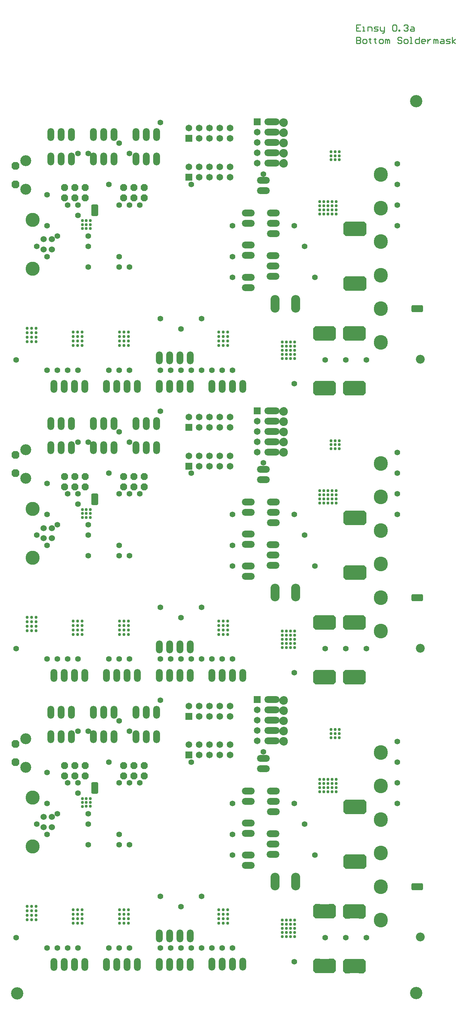
<source format=gbs>
G04 Layer_Color=16711935*
%FSLAX24Y24*%
%MOIN*%
G70*
G01*
G75*
%ADD12C,0.0100*%
%ADD23C,0.0600*%
%ADD112C,0.0300*%
G04:AMPARAMS|DCode=202|XSize=118.7mil|YSize=118.7mil|CornerRadius=59.4mil|HoleSize=0mil|Usage=FLASHONLY|Rotation=90.000|XOffset=0mil|YOffset=0mil|HoleType=Round|Shape=RoundedRectangle|*
%AMROUNDEDRECTD202*
21,1,0.1187,0.0000,0,0,90.0*
21,1,0.0000,0.1187,0,0,90.0*
1,1,0.1187,0.0000,0.0000*
1,1,0.1187,0.0000,0.0000*
1,1,0.1187,0.0000,0.0000*
1,1,0.1187,0.0000,0.0000*
%
%ADD202ROUNDEDRECTD202*%
G04:AMPARAMS|DCode=217|XSize=56mil|YSize=56mil|CornerRadius=28mil|HoleSize=0mil|Usage=FLASHONLY|Rotation=90.000|XOffset=0mil|YOffset=0mil|HoleType=Round|Shape=RoundedRectangle|*
%AMROUNDEDRECTD217*
21,1,0.0560,0.0000,0,0,90.0*
21,1,0.0000,0.0560,0,0,90.0*
1,1,0.0560,0.0000,0.0000*
1,1,0.0560,0.0000,0.0000*
1,1,0.0560,0.0000,0.0000*
1,1,0.0560,0.0000,0.0000*
%
%ADD217ROUNDEDRECTD217*%
%ADD251R,0.0651X0.0651*%
%ADD252C,0.0651*%
G04:AMPARAMS|DCode=253|XSize=139mil|YSize=89mil|CornerRadius=0mil|HoleSize=0mil|Usage=FLASHONLY|Rotation=90.000|XOffset=0mil|YOffset=0mil|HoleType=Round|Shape=Octagon|*
%AMOCTAGOND253*
4,1,8,0.0222,0.0695,-0.0222,0.0695,-0.0445,0.0473,-0.0445,-0.0473,-0.0222,-0.0695,0.0222,-0.0695,0.0445,-0.0473,0.0445,0.0473,0.0222,0.0695,0.0*
%
%ADD253OCTAGOND253*%

%ADD254C,0.0860*%
%ADD255O,0.0660X0.1260*%
%ADD256O,0.1260X0.0660*%
%ADD257P,0.0823X8X292.5*%
%ADD258C,0.1060*%
%ADD259C,0.1365*%
%ADD260P,0.0736X8X22.5*%
%ADD261O,0.1477X0.0651*%
%ADD262R,0.0651X0.0651*%
%ADD263O,0.0885X0.1710*%
%ADD264O,0.1360X0.1420*%
%ADD265C,0.0420*%
%ADD266R,0.0354X0.0704*%
%ADD267R,0.0704X0.0354*%
G04:AMPARAMS|DCode=268|XSize=56mil|YSize=56mil|CornerRadius=28mil|HoleSize=0mil|Usage=FLASHONLY|Rotation=180.000|XOffset=0mil|YOffset=0mil|HoleType=Round|Shape=RoundedRectangle|*
%AMROUNDEDRECTD268*
21,1,0.0560,0.0000,0,0,180.0*
21,1,0.0000,0.0560,0,0,180.0*
1,1,0.0560,0.0000,0.0000*
1,1,0.0560,0.0000,0.0000*
1,1,0.0560,0.0000,0.0000*
1,1,0.0560,0.0000,0.0000*
%
%ADD268ROUNDEDRECTD268*%
G04:AMPARAMS|DCode=269|XSize=52mil|YSize=69mil|CornerRadius=14.5mil|HoleSize=0mil|Usage=FLASHONLY|Rotation=180.000|XOffset=0mil|YOffset=0mil|HoleType=Round|Shape=RoundedRectangle|*
%AMROUNDEDRECTD269*
21,1,0.0520,0.0400,0,0,180.0*
21,1,0.0230,0.0690,0,0,180.0*
1,1,0.0290,-0.0115,0.0200*
1,1,0.0290,0.0115,0.0200*
1,1,0.0290,0.0115,-0.0200*
1,1,0.0290,-0.0115,-0.0200*
%
%ADD269ROUNDEDRECTD269*%
G04:AMPARAMS|DCode=270|XSize=52mil|YSize=69mil|CornerRadius=14.5mil|HoleSize=0mil|Usage=FLASHONLY|Rotation=270.000|XOffset=0mil|YOffset=0mil|HoleType=Round|Shape=RoundedRectangle|*
%AMROUNDEDRECTD270*
21,1,0.0520,0.0400,0,0,270.0*
21,1,0.0230,0.0690,0,0,270.0*
1,1,0.0290,-0.0200,-0.0115*
1,1,0.0290,-0.0200,0.0115*
1,1,0.0290,0.0200,0.0115*
1,1,0.0290,0.0200,-0.0115*
%
%ADD270ROUNDEDRECTD270*%
G36*
X46289Y83939D02*
X45379D01*
Y85329D01*
X46289D01*
Y83939D01*
D02*
G37*
G36*
Y78639D02*
X45379D01*
Y80029D01*
X46289D01*
Y78639D01*
D02*
G37*
G36*
X43338Y73813D02*
X42428D01*
Y75203D01*
X43338D01*
Y73813D01*
D02*
G37*
G36*
X46239Y73809D02*
X45329D01*
Y75199D01*
X46239D01*
Y73809D01*
D02*
G37*
G36*
X43338Y68513D02*
X42428D01*
Y69903D01*
X43338D01*
Y68513D01*
D02*
G37*
G36*
X46239Y68509D02*
X45329D01*
Y69899D01*
X46239D01*
Y68509D01*
D02*
G37*
G36*
X46289Y55947D02*
X45379D01*
Y57337D01*
X46289D01*
Y55947D01*
D02*
G37*
G36*
Y50647D02*
X45379D01*
Y52037D01*
X46289D01*
Y50647D01*
D02*
G37*
G36*
X43338Y45821D02*
X42428D01*
Y47211D01*
X43338D01*
Y45821D01*
D02*
G37*
G36*
X46239Y45817D02*
X45329D01*
Y47207D01*
X46239D01*
Y45817D01*
D02*
G37*
G36*
X43338Y40521D02*
X42428D01*
Y41911D01*
X43338D01*
Y40521D01*
D02*
G37*
G36*
X46239Y40517D02*
X45329D01*
Y41907D01*
X46239D01*
Y40517D01*
D02*
G37*
G36*
X46289Y27955D02*
X45379D01*
Y29345D01*
X46289D01*
Y27955D01*
D02*
G37*
G36*
Y22655D02*
X45379D01*
Y24045D01*
X46289D01*
Y22655D01*
D02*
G37*
G36*
X43338Y17829D02*
X42428D01*
Y19218D01*
X43338D01*
Y17829D01*
D02*
G37*
G36*
X46239Y17825D02*
X45329D01*
Y19215D01*
X46239D01*
Y17825D01*
D02*
G37*
G36*
X43338Y12529D02*
X42428D01*
Y13918D01*
X43338D01*
Y12529D01*
D02*
G37*
G36*
X46239Y12525D02*
X45329D01*
Y13915D01*
X46239D01*
Y12525D01*
D02*
G37*
G54D12*
X46000Y103200D02*
Y102600D01*
X46300D01*
X46400Y102700D01*
Y102800D01*
X46300Y102900D01*
X46000D01*
X46300D01*
X46400Y103000D01*
Y103100D01*
X46300Y103200D01*
X46000D01*
X46700Y102600D02*
X46900D01*
X47000Y102700D01*
Y102900D01*
X46900Y103000D01*
X46700D01*
X46600Y102900D01*
Y102700D01*
X46700Y102600D01*
X47300Y103100D02*
Y103000D01*
X47200D01*
X47400D01*
X47300D01*
Y102700D01*
X47400Y102600D01*
X47799Y103100D02*
Y103000D01*
X47699D01*
X47899D01*
X47799D01*
Y102700D01*
X47899Y102600D01*
X48299D02*
X48499D01*
X48599Y102700D01*
Y102900D01*
X48499Y103000D01*
X48299D01*
X48199Y102900D01*
Y102700D01*
X48299Y102600D01*
X48799D02*
Y103000D01*
X48899D01*
X48999Y102900D01*
Y102600D01*
Y102900D01*
X49099Y103000D01*
X49199Y102900D01*
Y102600D01*
X50399Y103100D02*
X50299Y103200D01*
X50099D01*
X49999Y103100D01*
Y103000D01*
X50099Y102900D01*
X50299D01*
X50399Y102800D01*
Y102700D01*
X50299Y102600D01*
X50099D01*
X49999Y102700D01*
X50698Y102600D02*
X50898D01*
X50998Y102700D01*
Y102900D01*
X50898Y103000D01*
X50698D01*
X50599Y102900D01*
Y102700D01*
X50698Y102600D01*
X51198D02*
X51398D01*
X51298D01*
Y103200D01*
X51198D01*
X52098D02*
Y102600D01*
X51798D01*
X51698Y102700D01*
Y102900D01*
X51798Y103000D01*
X52098D01*
X52598Y102600D02*
X52398D01*
X52298Y102700D01*
Y102900D01*
X52398Y103000D01*
X52598D01*
X52698Y102900D01*
Y102800D01*
X52298D01*
X52898Y103000D02*
Y102600D01*
Y102800D01*
X52998Y102900D01*
X53098Y103000D01*
X53198D01*
X53498Y102600D02*
Y103000D01*
X53598D01*
X53698Y102900D01*
Y102600D01*
Y102900D01*
X53797Y103000D01*
X53897Y102900D01*
Y102600D01*
X54197Y103000D02*
X54397D01*
X54497Y102900D01*
Y102600D01*
X54197D01*
X54097Y102700D01*
X54197Y102800D01*
X54497D01*
X54697Y102600D02*
X54997D01*
X55097Y102700D01*
X54997Y102800D01*
X54797D01*
X54697Y102900D01*
X54797Y103000D01*
X55097D01*
X55297Y102600D02*
Y103200D01*
Y102800D02*
X55597Y103000D01*
X55297Y102800D02*
X55597Y102600D01*
X46400Y104400D02*
X46000D01*
Y103800D01*
X46400D01*
X46000Y104100D02*
X46200D01*
X46600Y103800D02*
X46800D01*
X46700D01*
Y104200D01*
X46600D01*
X47100Y103800D02*
Y104200D01*
X47400D01*
X47500Y104100D01*
Y103800D01*
X47699D02*
X47999D01*
X48099Y103900D01*
X47999Y104000D01*
X47799D01*
X47699Y104100D01*
X47799Y104200D01*
X48099D01*
X48299D02*
Y103900D01*
X48399Y103800D01*
X48699D01*
Y103700D01*
X48599Y103600D01*
X48499D01*
X48699Y103800D02*
Y104200D01*
X49499Y104300D02*
X49599Y104400D01*
X49799D01*
X49899Y104300D01*
Y103900D01*
X49799Y103800D01*
X49599D01*
X49499Y103900D01*
Y104300D01*
X50099Y103800D02*
Y103900D01*
X50199D01*
Y103800D01*
X50099D01*
X50599Y104300D02*
X50698Y104400D01*
X50898D01*
X50998Y104300D01*
Y104200D01*
X50898Y104100D01*
X50798D01*
X50898D01*
X50998Y104000D01*
Y103900D01*
X50898Y103800D01*
X50698D01*
X50599Y103900D01*
X51298Y104200D02*
X51498D01*
X51598Y104100D01*
Y103800D01*
X51298D01*
X51198Y103900D01*
X51298Y104000D01*
X51598D01*
G54D23*
X16427Y26665D02*
D03*
Y27657D02*
D03*
X15637D02*
D03*
Y26665D02*
D03*
X16427Y54657D02*
D03*
Y55650D02*
D03*
X15637D02*
D03*
Y54657D02*
D03*
X16427Y82650D02*
D03*
Y83642D02*
D03*
X15637D02*
D03*
Y82650D02*
D03*
G54D112*
X43230Y30896D02*
D03*
Y31296D02*
D03*
Y30496D02*
D03*
Y30096D02*
D03*
X42830D02*
D03*
X42430D02*
D03*
Y30496D02*
D03*
X42830D02*
D03*
Y30896D02*
D03*
X42430D02*
D03*
Y31296D02*
D03*
X42830D02*
D03*
X43630D02*
D03*
X44030D02*
D03*
Y30896D02*
D03*
X43630D02*
D03*
Y30496D02*
D03*
X44030D02*
D03*
Y30096D02*
D03*
X43630D02*
D03*
X39977Y17285D02*
D03*
Y17685D02*
D03*
X39577D02*
D03*
Y17285D02*
D03*
X39177D02*
D03*
Y17685D02*
D03*
X38777D02*
D03*
Y17285D02*
D03*
Y16485D02*
D03*
Y16085D02*
D03*
X39177D02*
D03*
Y16485D02*
D03*
X39577D02*
D03*
Y16085D02*
D03*
X39977D02*
D03*
Y16485D02*
D03*
Y16885D02*
D03*
X39577D02*
D03*
X38777D02*
D03*
X39177D02*
D03*
X14012Y19019D02*
D03*
X14878Y17719D02*
D03*
X14445D02*
D03*
X14012D02*
D03*
X14878Y18153D02*
D03*
X14445D02*
D03*
X14012D02*
D03*
X14878Y18586D02*
D03*
X14445D02*
D03*
X14012D02*
D03*
X14878Y19019D02*
D03*
X14445D02*
D03*
X18485Y18659D02*
D03*
X19352Y17359D02*
D03*
X18918D02*
D03*
X18485D02*
D03*
X19352Y17793D02*
D03*
X18918D02*
D03*
X18485D02*
D03*
X19352Y18226D02*
D03*
X18918D02*
D03*
X18485D02*
D03*
X19352Y18659D02*
D03*
X18918D02*
D03*
X22985D02*
D03*
X23852Y17359D02*
D03*
X23419D02*
D03*
X22985D02*
D03*
X23852Y17793D02*
D03*
X23419D02*
D03*
X22985D02*
D03*
X23852Y18226D02*
D03*
X23419D02*
D03*
X22985D02*
D03*
X23852Y18659D02*
D03*
X23419D02*
D03*
X32625D02*
D03*
X33492Y17359D02*
D03*
X33059D02*
D03*
X32625D02*
D03*
X33492Y17793D02*
D03*
X33059D02*
D03*
X32625D02*
D03*
X33492Y18226D02*
D03*
X33059D02*
D03*
X32625D02*
D03*
X33492Y18659D02*
D03*
X33059D02*
D03*
X43915Y35734D02*
D03*
X43522D02*
D03*
Y36128D02*
D03*
X43915D02*
D03*
X44309D02*
D03*
Y35734D02*
D03*
Y35341D02*
D03*
X43915D02*
D03*
X43522D02*
D03*
X20143Y29443D02*
D03*
Y29069D02*
D03*
Y28694D02*
D03*
X19769D02*
D03*
X19394Y28685D02*
D03*
X19396Y29069D02*
D03*
X19392Y29446D02*
D03*
X19769Y29443D02*
D03*
Y29069D02*
D03*
X43230Y58888D02*
D03*
Y59288D02*
D03*
Y58488D02*
D03*
Y58088D02*
D03*
X42830D02*
D03*
X42430D02*
D03*
Y58488D02*
D03*
X42830D02*
D03*
Y58888D02*
D03*
X42430D02*
D03*
Y59288D02*
D03*
X42830D02*
D03*
X43630D02*
D03*
X44030D02*
D03*
Y58888D02*
D03*
X43630D02*
D03*
Y58488D02*
D03*
X44030D02*
D03*
Y58088D02*
D03*
X43630D02*
D03*
X39977Y45277D02*
D03*
Y45677D02*
D03*
X39577D02*
D03*
Y45277D02*
D03*
X39177D02*
D03*
Y45677D02*
D03*
X38777D02*
D03*
Y45277D02*
D03*
Y44477D02*
D03*
Y44077D02*
D03*
X39177D02*
D03*
Y44477D02*
D03*
X39577D02*
D03*
Y44077D02*
D03*
X39977D02*
D03*
Y44477D02*
D03*
Y44877D02*
D03*
X39577D02*
D03*
X38777D02*
D03*
X39177D02*
D03*
X14012Y47011D02*
D03*
X14878Y45712D02*
D03*
X14445D02*
D03*
X14012D02*
D03*
X14878Y46145D02*
D03*
X14445D02*
D03*
X14012D02*
D03*
X14878Y46578D02*
D03*
X14445D02*
D03*
X14012D02*
D03*
X14878Y47011D02*
D03*
X14445D02*
D03*
X18485Y46651D02*
D03*
X19352Y45352D02*
D03*
X18918D02*
D03*
X18485D02*
D03*
X19352Y45785D02*
D03*
X18918D02*
D03*
X18485D02*
D03*
X19352Y46218D02*
D03*
X18918D02*
D03*
X18485D02*
D03*
X19352Y46651D02*
D03*
X18918D02*
D03*
X22985D02*
D03*
X23852Y45352D02*
D03*
X23419D02*
D03*
X22985D02*
D03*
X23852Y45785D02*
D03*
X23419D02*
D03*
X22985D02*
D03*
X23852Y46218D02*
D03*
X23419D02*
D03*
X22985D02*
D03*
X23852Y46651D02*
D03*
X23419D02*
D03*
X32625D02*
D03*
X33492Y45352D02*
D03*
X33059D02*
D03*
X32625D02*
D03*
X33492Y45785D02*
D03*
X33059D02*
D03*
X32625D02*
D03*
X33492Y46218D02*
D03*
X33059D02*
D03*
X32625D02*
D03*
X33492Y46651D02*
D03*
X33059D02*
D03*
X43915Y63726D02*
D03*
X43522D02*
D03*
Y64120D02*
D03*
X43915D02*
D03*
X44309D02*
D03*
Y63726D02*
D03*
Y63333D02*
D03*
X43915D02*
D03*
X43522D02*
D03*
X20143Y57435D02*
D03*
Y57061D02*
D03*
Y56687D02*
D03*
X19769D02*
D03*
X19394Y56677D02*
D03*
X19396Y57061D02*
D03*
X19392Y57438D02*
D03*
X19769Y57435D02*
D03*
Y57061D02*
D03*
X43230Y86880D02*
D03*
Y87280D02*
D03*
Y86480D02*
D03*
Y86080D02*
D03*
X42830D02*
D03*
X42430D02*
D03*
Y86480D02*
D03*
X42830D02*
D03*
Y86880D02*
D03*
X42430D02*
D03*
Y87280D02*
D03*
X42830D02*
D03*
X43630D02*
D03*
X44030D02*
D03*
Y86880D02*
D03*
X43630D02*
D03*
Y86480D02*
D03*
X44030D02*
D03*
Y86080D02*
D03*
X43630D02*
D03*
X39977Y73270D02*
D03*
Y73670D02*
D03*
X39577D02*
D03*
Y73270D02*
D03*
X39177D02*
D03*
Y73670D02*
D03*
X38777D02*
D03*
Y73270D02*
D03*
Y72470D02*
D03*
Y72070D02*
D03*
X39177D02*
D03*
Y72470D02*
D03*
X39577D02*
D03*
Y72070D02*
D03*
X39977D02*
D03*
Y72470D02*
D03*
Y72870D02*
D03*
X39577D02*
D03*
X38777D02*
D03*
X39177D02*
D03*
X14012Y75003D02*
D03*
X14878Y73704D02*
D03*
X14445D02*
D03*
X14012D02*
D03*
X14878Y74137D02*
D03*
X14445D02*
D03*
X14012D02*
D03*
X14878Y74570D02*
D03*
X14445D02*
D03*
X14012D02*
D03*
X14878Y75003D02*
D03*
X14445D02*
D03*
X18485Y74643D02*
D03*
X19352Y73344D02*
D03*
X18918D02*
D03*
X18485D02*
D03*
X19352Y73777D02*
D03*
X18918D02*
D03*
X18485D02*
D03*
X19352Y74210D02*
D03*
X18918D02*
D03*
X18485D02*
D03*
X19352Y74643D02*
D03*
X18918D02*
D03*
X22985D02*
D03*
X23852Y73344D02*
D03*
X23419D02*
D03*
X22985D02*
D03*
X23852Y73777D02*
D03*
X23419D02*
D03*
X22985D02*
D03*
X23852Y74210D02*
D03*
X23419D02*
D03*
X22985D02*
D03*
X23852Y74643D02*
D03*
X23419D02*
D03*
X32625D02*
D03*
X33492Y73344D02*
D03*
X33059D02*
D03*
X32625D02*
D03*
X33492Y73777D02*
D03*
X33059D02*
D03*
X32625D02*
D03*
X33492Y74210D02*
D03*
X33059D02*
D03*
X32625D02*
D03*
X33492Y74643D02*
D03*
X33059D02*
D03*
X43915Y91719D02*
D03*
X43522D02*
D03*
Y92112D02*
D03*
X43915D02*
D03*
X44309D02*
D03*
Y91719D02*
D03*
Y91325D02*
D03*
X43915D02*
D03*
X43522D02*
D03*
X20143Y85427D02*
D03*
Y85053D02*
D03*
Y84679D02*
D03*
X19769D02*
D03*
X19394Y84669D02*
D03*
X19396Y85053D02*
D03*
X19392Y85430D02*
D03*
X19769Y85427D02*
D03*
Y85053D02*
D03*
G54D202*
X51800Y96998D02*
D03*
Y10600D02*
D03*
X13061Y10561D02*
D03*
G54D217*
X15969Y14969D02*
D03*
X36969Y33969D02*
D03*
X33969Y23969D02*
D03*
X39938Y13649D02*
D03*
X12968Y15969D02*
D03*
X41968Y23969D02*
D03*
X40968Y26969D02*
D03*
X39969Y28969D02*
D03*
X33969Y14969D02*
D03*
X31969D02*
D03*
X32968D02*
D03*
X30968D02*
D03*
X29969D02*
D03*
X27968D02*
D03*
X28969D02*
D03*
X26969D02*
D03*
X17968D02*
D03*
X16968D02*
D03*
X23969D02*
D03*
X21969D02*
D03*
X22968D02*
D03*
X18968D02*
D03*
X30968Y19969D02*
D03*
X28969Y18968D02*
D03*
X26969Y19969D02*
D03*
X23969Y30968D02*
D03*
X15969Y28969D02*
D03*
X16968Y27968D02*
D03*
X15969Y42961D02*
D03*
X36969Y61961D02*
D03*
X33969Y51961D02*
D03*
X39938Y41641D02*
D03*
X12968Y43961D02*
D03*
X41968Y51961D02*
D03*
X40968Y54961D02*
D03*
X39969Y56961D02*
D03*
X33969Y42961D02*
D03*
X31969D02*
D03*
X32968D02*
D03*
X30968D02*
D03*
X29969D02*
D03*
X27968D02*
D03*
X28969D02*
D03*
X26969D02*
D03*
X17968D02*
D03*
X16968D02*
D03*
X23969D02*
D03*
X21969D02*
D03*
X22968D02*
D03*
X18968D02*
D03*
X30968Y47961D02*
D03*
X28969Y46961D02*
D03*
X26969Y47961D02*
D03*
X23969Y58961D02*
D03*
X15969Y56961D02*
D03*
X16968Y55961D02*
D03*
X15969Y70953D02*
D03*
X36969Y89953D02*
D03*
X33969Y79953D02*
D03*
X39938Y69633D02*
D03*
X12968Y71953D02*
D03*
X41968Y79953D02*
D03*
X40968Y82953D02*
D03*
X39969Y84953D02*
D03*
X33969Y70953D02*
D03*
X31969D02*
D03*
X32968D02*
D03*
X30968D02*
D03*
X29969D02*
D03*
X27968D02*
D03*
X28969D02*
D03*
X26969D02*
D03*
X17968D02*
D03*
X16968D02*
D03*
X23969D02*
D03*
X21969D02*
D03*
X22968D02*
D03*
X18968D02*
D03*
X30968Y75953D02*
D03*
X28969Y74953D02*
D03*
X26969Y75953D02*
D03*
X23969Y86953D02*
D03*
X15969Y84953D02*
D03*
X16968Y83953D02*
D03*
G54D251*
X29708Y33658D02*
D03*
Y37408D02*
D03*
Y61651D02*
D03*
Y65401D02*
D03*
Y89643D02*
D03*
Y93393D02*
D03*
G54D252*
Y34659D02*
D03*
X30708Y33658D02*
D03*
Y34659D02*
D03*
X31709Y33658D02*
D03*
Y34659D02*
D03*
X32708Y33658D02*
D03*
Y34659D02*
D03*
X33709Y33658D02*
D03*
Y34659D02*
D03*
X36365Y35026D02*
D03*
Y36026D02*
D03*
Y37026D02*
D03*
Y38026D02*
D03*
X29708Y38409D02*
D03*
X30708Y37408D02*
D03*
Y38409D02*
D03*
X31709Y37408D02*
D03*
Y38409D02*
D03*
X32708Y37408D02*
D03*
Y38409D02*
D03*
X33709Y37408D02*
D03*
Y38409D02*
D03*
X29708Y62651D02*
D03*
X30708Y61651D02*
D03*
Y62651D02*
D03*
X31709Y61651D02*
D03*
Y62651D02*
D03*
X32708Y61651D02*
D03*
Y62651D02*
D03*
X33709Y61651D02*
D03*
Y62651D02*
D03*
X36365Y63018D02*
D03*
Y64018D02*
D03*
Y65018D02*
D03*
Y66018D02*
D03*
X29708Y66401D02*
D03*
X30708Y65401D02*
D03*
Y66401D02*
D03*
X31709Y65401D02*
D03*
Y66401D02*
D03*
X32708Y65401D02*
D03*
Y66401D02*
D03*
X33709Y65401D02*
D03*
Y66401D02*
D03*
X29708Y90643D02*
D03*
X30708Y89643D02*
D03*
Y90643D02*
D03*
X31709Y89643D02*
D03*
Y90643D02*
D03*
X32708Y89643D02*
D03*
Y90643D02*
D03*
X33709Y89643D02*
D03*
Y90643D02*
D03*
X36365Y91010D02*
D03*
Y92010D02*
D03*
Y93010D02*
D03*
Y94010D02*
D03*
X29708Y94393D02*
D03*
X30708Y93393D02*
D03*
Y94393D02*
D03*
X31709Y93393D02*
D03*
Y94393D02*
D03*
X32708Y93393D02*
D03*
Y94393D02*
D03*
X33709Y93393D02*
D03*
Y94393D02*
D03*
G54D253*
X45168Y23349D02*
D03*
X46508D02*
D03*
Y28649D02*
D03*
X45168D02*
D03*
X43558Y13222D02*
D03*
X42218D02*
D03*
Y18522D02*
D03*
X43558D02*
D03*
X46459Y18519D02*
D03*
X45118D02*
D03*
Y13218D02*
D03*
X46459D02*
D03*
X45168Y51341D02*
D03*
X46508D02*
D03*
Y56641D02*
D03*
X45168D02*
D03*
X43558Y41215D02*
D03*
X42218D02*
D03*
Y46515D02*
D03*
X43558D02*
D03*
X46459Y46511D02*
D03*
X45118D02*
D03*
Y41211D02*
D03*
X46459D02*
D03*
X45168Y79333D02*
D03*
X46508D02*
D03*
Y84633D02*
D03*
X45168D02*
D03*
X43558Y69207D02*
D03*
X42218D02*
D03*
Y74507D02*
D03*
X43558D02*
D03*
X46459Y74503D02*
D03*
X45118D02*
D03*
Y69203D02*
D03*
X46459D02*
D03*
G54D254*
X52175Y16024D02*
D03*
Y44016D02*
D03*
Y72008D02*
D03*
G54D255*
X20457Y35433D02*
D03*
X21457D02*
D03*
X22457D02*
D03*
X18323Y37795D02*
D03*
X17323D02*
D03*
X16323D02*
D03*
Y35433D02*
D03*
X17323D02*
D03*
X18323D02*
D03*
X22457Y37795D02*
D03*
X21457D02*
D03*
X20457D02*
D03*
X26591D02*
D03*
X25591D02*
D03*
X24591D02*
D03*
Y35433D02*
D03*
X25591D02*
D03*
X26591D02*
D03*
X19610Y13386D02*
D03*
X18610D02*
D03*
X17610D02*
D03*
X16610D02*
D03*
X24728D02*
D03*
X23728D02*
D03*
X22728D02*
D03*
X21728D02*
D03*
X29846Y16142D02*
D03*
X28846D02*
D03*
X27846D02*
D03*
X26846D02*
D03*
X29846Y13386D02*
D03*
X28846D02*
D03*
X27846D02*
D03*
X26846D02*
D03*
X34969Y13390D02*
D03*
X33969D02*
D03*
X32968D02*
D03*
X31969D02*
D03*
X20457Y63425D02*
D03*
X21457D02*
D03*
X22457D02*
D03*
X18323Y65787D02*
D03*
X17323D02*
D03*
X16323D02*
D03*
Y63425D02*
D03*
X17323D02*
D03*
X18323D02*
D03*
X22457Y65787D02*
D03*
X21457D02*
D03*
X20457D02*
D03*
X26591D02*
D03*
X25591D02*
D03*
X24591D02*
D03*
Y63425D02*
D03*
X25591D02*
D03*
X26591D02*
D03*
X19610Y41378D02*
D03*
X18610D02*
D03*
X17610D02*
D03*
X16610D02*
D03*
X24728D02*
D03*
X23728D02*
D03*
X22728D02*
D03*
X21728D02*
D03*
X29846Y44134D02*
D03*
X28846D02*
D03*
X27846D02*
D03*
X26846D02*
D03*
X29846Y41378D02*
D03*
X28846D02*
D03*
X27846D02*
D03*
X26846D02*
D03*
X34969Y41382D02*
D03*
X33969D02*
D03*
X32968D02*
D03*
X31969D02*
D03*
X20457Y91417D02*
D03*
X21457D02*
D03*
X22457D02*
D03*
X18323Y93780D02*
D03*
X17323D02*
D03*
X16323D02*
D03*
Y91417D02*
D03*
X17323D02*
D03*
X18323D02*
D03*
X22457Y93780D02*
D03*
X21457D02*
D03*
X20457D02*
D03*
X26591D02*
D03*
X25591D02*
D03*
X24591D02*
D03*
Y91417D02*
D03*
X25591D02*
D03*
X26591D02*
D03*
X19610Y69370D02*
D03*
X18610D02*
D03*
X17610D02*
D03*
X16610D02*
D03*
X24728D02*
D03*
X23728D02*
D03*
X22728D02*
D03*
X21728D02*
D03*
X29846Y72126D02*
D03*
X28846D02*
D03*
X27846D02*
D03*
X26846D02*
D03*
X29846Y69370D02*
D03*
X28846D02*
D03*
X27846D02*
D03*
X26846D02*
D03*
X34969Y69374D02*
D03*
X33969D02*
D03*
X32968D02*
D03*
X31969D02*
D03*
G54D256*
X35472Y27075D02*
D03*
Y26075D02*
D03*
Y23965D02*
D03*
Y22965D02*
D03*
Y30185D02*
D03*
Y29185D02*
D03*
X36958Y32339D02*
D03*
Y33338D02*
D03*
X37908Y28179D02*
D03*
Y29179D02*
D03*
Y30178D02*
D03*
X37898Y24039D02*
D03*
Y25038D02*
D03*
Y26038D02*
D03*
X35472Y55067D02*
D03*
Y54067D02*
D03*
Y51957D02*
D03*
Y50957D02*
D03*
Y58177D02*
D03*
Y57177D02*
D03*
X36958Y60331D02*
D03*
Y61331D02*
D03*
X37908Y56171D02*
D03*
Y57171D02*
D03*
Y58171D02*
D03*
X37898Y52031D02*
D03*
Y53031D02*
D03*
Y54031D02*
D03*
X35472Y83059D02*
D03*
Y82059D02*
D03*
Y79949D02*
D03*
Y78949D02*
D03*
Y86169D02*
D03*
Y85169D02*
D03*
X36958Y88323D02*
D03*
Y89323D02*
D03*
X37908Y84163D02*
D03*
Y85163D02*
D03*
Y86163D02*
D03*
X37898Y80023D02*
D03*
Y81023D02*
D03*
Y82023D02*
D03*
G54D257*
X12896Y34748D02*
D03*
Y32968D02*
D03*
Y62740D02*
D03*
Y60960D02*
D03*
Y90733D02*
D03*
Y88953D02*
D03*
G54D258*
X13876Y35238D02*
D03*
Y32478D02*
D03*
Y63230D02*
D03*
Y60470D02*
D03*
Y91223D02*
D03*
Y88463D02*
D03*
G54D259*
X14567Y29528D02*
D03*
Y24795D02*
D03*
Y57520D02*
D03*
Y52787D02*
D03*
Y85512D02*
D03*
Y80780D02*
D03*
G54D260*
X23390Y31644D02*
D03*
Y32644D02*
D03*
X24390Y31644D02*
D03*
Y32644D02*
D03*
X25390Y31644D02*
D03*
Y32644D02*
D03*
X17664Y31644D02*
D03*
Y32644D02*
D03*
X18664Y31644D02*
D03*
Y32644D02*
D03*
X19664Y31644D02*
D03*
Y32644D02*
D03*
X23390Y59636D02*
D03*
Y60636D02*
D03*
X24390Y59636D02*
D03*
Y60636D02*
D03*
X25390Y59636D02*
D03*
Y60636D02*
D03*
X17664Y59636D02*
D03*
Y60636D02*
D03*
X18664Y59636D02*
D03*
Y60636D02*
D03*
X19664Y59636D02*
D03*
Y60636D02*
D03*
X23390Y87628D02*
D03*
Y88628D02*
D03*
X24390Y87628D02*
D03*
Y88628D02*
D03*
X25390Y87628D02*
D03*
Y88628D02*
D03*
X17664Y87628D02*
D03*
Y88628D02*
D03*
X18664Y87628D02*
D03*
Y88628D02*
D03*
X19664Y87628D02*
D03*
Y88628D02*
D03*
G54D261*
X37779Y35026D02*
D03*
Y36026D02*
D03*
Y37026D02*
D03*
Y38026D02*
D03*
Y39026D02*
D03*
Y63018D02*
D03*
Y64018D02*
D03*
Y65018D02*
D03*
Y66018D02*
D03*
Y67018D02*
D03*
Y91010D02*
D03*
Y92010D02*
D03*
Y93010D02*
D03*
Y94010D02*
D03*
Y95010D02*
D03*
G54D262*
X36365Y39026D02*
D03*
Y67018D02*
D03*
Y95010D02*
D03*
G54D263*
X38078Y21398D02*
D03*
X40079D02*
D03*
X38078Y49391D02*
D03*
X40079D02*
D03*
X38078Y77383D02*
D03*
X40079D02*
D03*
G54D264*
X48338Y17664D02*
D03*
Y20914D02*
D03*
Y24163D02*
D03*
Y27413D02*
D03*
Y30663D02*
D03*
Y33914D02*
D03*
Y45656D02*
D03*
Y48906D02*
D03*
Y52156D02*
D03*
Y55406D02*
D03*
Y58656D02*
D03*
Y61906D02*
D03*
Y73648D02*
D03*
Y76898D02*
D03*
Y80148D02*
D03*
Y83398D02*
D03*
Y86648D02*
D03*
Y89898D02*
D03*
G54D265*
X39095Y35010D02*
X39072Y35103D01*
X39008Y35174D01*
X38919Y35208D01*
X38824Y35197D01*
X38745Y35142D01*
X38701Y35058D01*
Y34962D01*
X38745Y34877D01*
X38824Y34823D01*
X38919Y34811D01*
X39008Y34845D01*
X39072Y34917D01*
X39095Y35010D01*
Y35999D02*
X39072Y36092D01*
X39008Y36164D01*
X38919Y36198D01*
X38824Y36186D01*
X38745Y36132D01*
X38701Y36047D01*
Y35951D01*
X38745Y35866D01*
X38824Y35812D01*
X38919Y35800D01*
X39008Y35834D01*
X39072Y35906D01*
X39095Y35999D01*
Y36988D02*
X39072Y37081D01*
X39008Y37153D01*
X38919Y37187D01*
X38824Y37175D01*
X38745Y37121D01*
X38701Y37036D01*
Y36940D01*
X38745Y36856D01*
X38824Y36801D01*
X38919Y36790D01*
X39008Y36824D01*
X39072Y36895D01*
X39095Y36988D01*
Y37977D02*
X39072Y38070D01*
X39008Y38142D01*
X38919Y38176D01*
X38824Y38164D01*
X38745Y38110D01*
X38701Y38025D01*
Y37929D01*
X38745Y37845D01*
X38824Y37790D01*
X38919Y37779D01*
X39008Y37813D01*
X39072Y37884D01*
X39095Y37977D01*
Y38967D02*
X39072Y39059D01*
X39008Y39131D01*
X38919Y39165D01*
X38824Y39154D01*
X38745Y39099D01*
X38701Y39014D01*
Y38919D01*
X38745Y38834D01*
X38824Y38780D01*
X38919Y38768D01*
X39008Y38802D01*
X39072Y38874D01*
X39095Y38967D01*
Y63002D02*
X39072Y63095D01*
X39008Y63167D01*
X38919Y63201D01*
X38824Y63189D01*
X38745Y63135D01*
X38701Y63050D01*
Y62954D01*
X38745Y62869D01*
X38824Y62815D01*
X38919Y62803D01*
X39008Y62837D01*
X39072Y62909D01*
X39095Y63002D01*
Y63991D02*
X39072Y64084D01*
X39008Y64156D01*
X38919Y64190D01*
X38824Y64178D01*
X38745Y64124D01*
X38701Y64039D01*
Y63943D01*
X38745Y63859D01*
X38824Y63804D01*
X38919Y63793D01*
X39008Y63827D01*
X39072Y63898D01*
X39095Y63991D01*
Y64980D02*
X39072Y65073D01*
X39008Y65145D01*
X38919Y65179D01*
X38824Y65167D01*
X38745Y65113D01*
X38701Y65028D01*
Y64932D01*
X38745Y64848D01*
X38824Y64793D01*
X38919Y64782D01*
X39008Y64816D01*
X39072Y64887D01*
X39095Y64980D01*
Y65969D02*
X39072Y66062D01*
X39008Y66134D01*
X38919Y66168D01*
X38824Y66156D01*
X38745Y66102D01*
X38701Y66017D01*
Y65922D01*
X38745Y65837D01*
X38824Y65782D01*
X38919Y65771D01*
X39008Y65805D01*
X39072Y65877D01*
X39095Y65969D01*
Y66959D02*
X39072Y67052D01*
X39008Y67123D01*
X38919Y67157D01*
X38824Y67146D01*
X38745Y67091D01*
X38701Y67007D01*
Y66911D01*
X38745Y66826D01*
X38824Y66772D01*
X38919Y66760D01*
X39008Y66794D01*
X39072Y66866D01*
X39095Y66959D01*
Y90994D02*
X39072Y91087D01*
X39008Y91159D01*
X38919Y91193D01*
X38824Y91181D01*
X38745Y91127D01*
X38701Y91042D01*
Y90946D01*
X38745Y90861D01*
X38824Y90807D01*
X38919Y90796D01*
X39008Y90829D01*
X39072Y90901D01*
X39095Y90994D01*
Y91983D02*
X39072Y92076D01*
X39008Y92148D01*
X38919Y92182D01*
X38824Y92170D01*
X38745Y92116D01*
X38701Y92031D01*
Y91935D01*
X38745Y91851D01*
X38824Y91796D01*
X38919Y91785D01*
X39008Y91819D01*
X39072Y91890D01*
X39095Y91983D01*
Y92972D02*
X39072Y93065D01*
X39008Y93137D01*
X38919Y93171D01*
X38824Y93159D01*
X38745Y93105D01*
X38701Y93020D01*
Y92925D01*
X38745Y92840D01*
X38824Y92785D01*
X38919Y92774D01*
X39008Y92808D01*
X39072Y92879D01*
X39095Y92972D01*
Y93962D02*
X39072Y94055D01*
X39008Y94126D01*
X38919Y94160D01*
X38824Y94149D01*
X38745Y94094D01*
X38701Y94009D01*
Y93914D01*
X38745Y93829D01*
X38824Y93775D01*
X38919Y93763D01*
X39008Y93797D01*
X39072Y93869D01*
X39095Y93962D01*
Y94951D02*
X39072Y95044D01*
X39008Y95115D01*
X38919Y95149D01*
X38824Y95138D01*
X38745Y95083D01*
X38701Y94999D01*
Y94903D01*
X38745Y94818D01*
X38824Y94764D01*
X38919Y94752D01*
X39008Y94786D01*
X39072Y94858D01*
X39095Y94951D01*
G54D266*
X51888Y20916D02*
D03*
Y48908D02*
D03*
Y76901D02*
D03*
G54D267*
X20593Y30472D02*
D03*
Y58465D02*
D03*
Y86457D02*
D03*
G54D268*
X22968Y24969D02*
D03*
X23969D02*
D03*
X22968Y25968D02*
D03*
X19969Y27968D02*
D03*
Y26969D02*
D03*
Y24969D02*
D03*
X49969Y30968D02*
D03*
Y34969D02*
D03*
Y28969D02*
D03*
Y32968D02*
D03*
X33969Y25968D02*
D03*
Y28969D02*
D03*
X22968Y30968D02*
D03*
X29969Y32968D02*
D03*
X24969Y30968D02*
D03*
X18968Y35968D02*
D03*
X19969D02*
D03*
X22968Y36969D02*
D03*
X23969Y35968D02*
D03*
X18968Y29969D02*
D03*
X17968Y30968D02*
D03*
X15969Y31969D02*
D03*
X18968Y30968D02*
D03*
X15969Y25968D02*
D03*
X14969Y26969D02*
D03*
X26969Y38969D02*
D03*
X21969Y32968D02*
D03*
X42969Y15969D02*
D03*
X44969D02*
D03*
X46968D02*
D03*
X22968Y52961D02*
D03*
X23969D02*
D03*
X22968Y53961D02*
D03*
X19969Y55961D02*
D03*
Y54961D02*
D03*
Y52961D02*
D03*
X49969Y58961D02*
D03*
Y62961D02*
D03*
Y56961D02*
D03*
Y60961D02*
D03*
X33969Y53961D02*
D03*
Y56961D02*
D03*
X22968Y58961D02*
D03*
X29969Y60961D02*
D03*
X24969Y58961D02*
D03*
X18968Y63961D02*
D03*
X19969D02*
D03*
X22968Y64961D02*
D03*
X23969Y63961D02*
D03*
X18968Y57961D02*
D03*
X17968Y58961D02*
D03*
X15969Y59961D02*
D03*
X18968Y58961D02*
D03*
X15969Y53961D02*
D03*
X14969Y54961D02*
D03*
X26969Y66961D02*
D03*
X21969Y60961D02*
D03*
X42969Y43961D02*
D03*
X44969D02*
D03*
X46968D02*
D03*
X22968Y80953D02*
D03*
X23969D02*
D03*
X22968Y81953D02*
D03*
X19969Y83953D02*
D03*
Y82953D02*
D03*
Y80953D02*
D03*
X49969Y86953D02*
D03*
Y90953D02*
D03*
Y84953D02*
D03*
Y88953D02*
D03*
X33969Y81953D02*
D03*
Y84953D02*
D03*
X22968Y86953D02*
D03*
X29969Y88953D02*
D03*
X24969Y86953D02*
D03*
X18968Y91953D02*
D03*
X19969D02*
D03*
X22968Y92953D02*
D03*
X23969Y91953D02*
D03*
X18968Y85953D02*
D03*
X17968Y86953D02*
D03*
X15969Y87953D02*
D03*
X18968Y86953D02*
D03*
X15969Y81953D02*
D03*
X14969Y82953D02*
D03*
X26969Y94953D02*
D03*
X21969Y88953D02*
D03*
X42969Y71953D02*
D03*
X44969D02*
D03*
X46968D02*
D03*
G54D269*
X52179Y20909D02*
D03*
X51578D02*
D03*
X52179Y48901D02*
D03*
X51578D02*
D03*
X52179Y76893D02*
D03*
X51578D02*
D03*
G54D270*
X20600Y30763D02*
D03*
Y30163D02*
D03*
Y58755D02*
D03*
Y58155D02*
D03*
Y86747D02*
D03*
Y86147D02*
D03*
M02*

</source>
